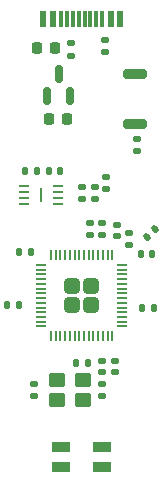
<source format=gbr>
%TF.GenerationSoftware,KiCad,Pcbnew,9.0.6*%
%TF.CreationDate,2025-11-22T23:37:21-05:00*%
%TF.ProjectId,DEVBOARD,44455642-4f41-4524-942e-6b696361645f,rev?*%
%TF.SameCoordinates,Original*%
%TF.FileFunction,Paste,Top*%
%TF.FilePolarity,Positive*%
%FSLAX46Y46*%
G04 Gerber Fmt 4.6, Leading zero omitted, Abs format (unit mm)*
G04 Created by KiCad (PCBNEW 9.0.6) date 2025-11-22 23:37:21*
%MOMM*%
%LPD*%
G01*
G04 APERTURE LIST*
G04 Aperture macros list*
%AMRoundRect*
0 Rectangle with rounded corners*
0 $1 Rounding radius*
0 $2 $3 $4 $5 $6 $7 $8 $9 X,Y pos of 4 corners*
0 Add a 4 corners polygon primitive as box body*
4,1,4,$2,$3,$4,$5,$6,$7,$8,$9,$2,$3,0*
0 Add four circle primitives for the rounded corners*
1,1,$1+$1,$2,$3*
1,1,$1+$1,$4,$5*
1,1,$1+$1,$6,$7*
1,1,$1+$1,$8,$9*
0 Add four rect primitives between the rounded corners*
20,1,$1+$1,$2,$3,$4,$5,0*
20,1,$1+$1,$4,$5,$6,$7,0*
20,1,$1+$1,$6,$7,$8,$9,0*
20,1,$1+$1,$8,$9,$2,$3,0*%
G04 Aperture macros list end*
%ADD10R,0.600000X1.450000*%
%ADD11R,0.300000X1.450000*%
%ADD12RoundRect,0.200000X-0.800000X0.200000X-0.800000X-0.200000X0.800000X-0.200000X0.800000X0.200000X0*%
%ADD13RoundRect,0.140000X0.170000X-0.140000X0.170000X0.140000X-0.170000X0.140000X-0.170000X-0.140000X0*%
%ADD14RoundRect,0.140000X0.140000X0.170000X-0.140000X0.170000X-0.140000X-0.170000X0.140000X-0.170000X0*%
%ADD15RoundRect,0.225000X0.225000X0.250000X-0.225000X0.250000X-0.225000X-0.250000X0.225000X-0.250000X0*%
%ADD16RoundRect,0.249999X-0.395001X-0.395001X0.395001X-0.395001X0.395001X0.395001X-0.395001X0.395001X0*%
%ADD17RoundRect,0.050000X-0.387500X-0.050000X0.387500X-0.050000X0.387500X0.050000X-0.387500X0.050000X0*%
%ADD18RoundRect,0.050000X-0.050000X-0.387500X0.050000X-0.387500X0.050000X0.387500X-0.050000X0.387500X0*%
%ADD19RoundRect,0.135000X0.135000X0.185000X-0.135000X0.185000X-0.135000X-0.185000X0.135000X-0.185000X0*%
%ADD20RoundRect,0.135000X-0.185000X0.135000X-0.185000X-0.135000X0.185000X-0.135000X0.185000X0.135000X0*%
%ADD21RoundRect,0.040000X-0.040000X-0.605000X0.040000X-0.605000X0.040000X0.605000X-0.040000X0.605000X0*%
%ADD22RoundRect,0.062500X-0.387500X-0.062500X0.387500X-0.062500X0.387500X0.062500X-0.387500X0.062500X0*%
%ADD23RoundRect,0.250000X0.450000X0.350000X-0.450000X0.350000X-0.450000X-0.350000X0.450000X-0.350000X0*%
%ADD24R,1.600000X0.850000*%
%ADD25RoundRect,0.140000X-0.140000X-0.170000X0.140000X-0.170000X0.140000X0.170000X-0.140000X0.170000X0*%
%ADD26RoundRect,0.135000X-0.135000X-0.185000X0.135000X-0.185000X0.135000X0.185000X-0.135000X0.185000X0*%
%ADD27RoundRect,0.140000X0.021213X-0.219203X0.219203X-0.021213X-0.021213X0.219203X-0.219203X0.021213X0*%
%ADD28RoundRect,0.150000X0.150000X-0.587500X0.150000X0.587500X-0.150000X0.587500X-0.150000X-0.587500X0*%
%ADD29RoundRect,0.140000X-0.170000X0.140000X-0.170000X-0.140000X0.170000X-0.140000X0.170000X0.140000X0*%
G04 APERTURE END LIST*
D10*
%TO.C,J1*%
X98750000Y-61545000D03*
X97950000Y-61545000D03*
D11*
X96750000Y-61545000D03*
X95750000Y-61545000D03*
X95250000Y-61545000D03*
X94250000Y-61545000D03*
D10*
X93050000Y-61545000D03*
X92250000Y-61545000D03*
X92250000Y-61545000D03*
X93050000Y-61545000D03*
D11*
X93750000Y-61545000D03*
X94750000Y-61545000D03*
X96250000Y-61545000D03*
X97250000Y-61545000D03*
D10*
X97950000Y-61545000D03*
X98750000Y-61545000D03*
%TD*%
D12*
%TO.C,SW1*%
X100000000Y-66200000D03*
X100000000Y-70400000D03*
%TD*%
D13*
%TO.C,C16*%
X97200000Y-93397500D03*
X97200000Y-92437500D03*
%TD*%
D14*
%TO.C,C3*%
X90160000Y-85700000D03*
X89200000Y-85700000D03*
%TD*%
D15*
%TO.C,C13*%
X93275000Y-64000000D03*
X91725000Y-64000000D03*
%TD*%
D14*
%TO.C,C4*%
X91200000Y-81200000D03*
X90240000Y-81200000D03*
%TD*%
D16*
%TO.C,U1*%
X94700000Y-84137500D03*
X94700000Y-85737500D03*
X96300000Y-84137500D03*
X96300000Y-85737500D03*
D17*
X92062500Y-82337500D03*
X92062500Y-82737500D03*
X92062500Y-83137500D03*
X92062500Y-83537500D03*
X92062500Y-83937500D03*
X92062500Y-84337500D03*
X92062500Y-84737500D03*
X92062500Y-85137500D03*
X92062500Y-85537500D03*
X92062500Y-85937500D03*
X92062500Y-86337500D03*
X92062500Y-86737500D03*
X92062500Y-87137500D03*
X92062500Y-87537500D03*
D18*
X92900000Y-88375000D03*
X93300000Y-88375000D03*
X93700000Y-88375000D03*
X94100000Y-88375000D03*
X94500000Y-88375000D03*
X94900000Y-88375000D03*
X95300000Y-88375000D03*
X95700000Y-88375000D03*
X96100000Y-88375000D03*
X96500000Y-88375000D03*
X96900000Y-88375000D03*
X97300000Y-88375000D03*
X97700000Y-88375000D03*
X98100000Y-88375000D03*
D17*
X98937500Y-87537500D03*
X98937500Y-87137500D03*
X98937500Y-86737500D03*
X98937500Y-86337500D03*
X98937500Y-85937500D03*
X98937500Y-85537500D03*
X98937500Y-85137500D03*
X98937500Y-84737500D03*
X98937500Y-84337500D03*
X98937500Y-83937500D03*
X98937500Y-83537500D03*
X98937500Y-83137500D03*
X98937500Y-82737500D03*
X98937500Y-82337500D03*
D18*
X98100000Y-81500000D03*
X97700000Y-81500000D03*
X97300000Y-81500000D03*
X96900000Y-81500000D03*
X96500000Y-81500000D03*
X96100000Y-81500000D03*
X95700000Y-81500000D03*
X95300000Y-81500000D03*
X94900000Y-81500000D03*
X94500000Y-81500000D03*
X94100000Y-81500000D03*
X93700000Y-81500000D03*
X93300000Y-81500000D03*
X92900000Y-81500000D03*
%TD*%
D13*
%TO.C,C11*%
X98500000Y-79917500D03*
X98500000Y-78957500D03*
%TD*%
D19*
%TO.C,R5*%
X96010000Y-90637500D03*
X94990000Y-90637500D03*
%TD*%
D20*
%TO.C,R4*%
X97200000Y-78780000D03*
X97200000Y-79800000D03*
%TD*%
D13*
%TO.C,C7*%
X97600000Y-75880000D03*
X97600000Y-74920000D03*
%TD*%
D21*
%TO.C,U3*%
X92075000Y-76437500D03*
D22*
X90650000Y-75687500D03*
X90650000Y-76187500D03*
X90650000Y-76687500D03*
X90650000Y-77187500D03*
X93500000Y-77187500D03*
X93500000Y-76687500D03*
X93500000Y-76187500D03*
X93500000Y-75687500D03*
%TD*%
D15*
%TO.C,C14*%
X94275000Y-70000000D03*
X92725000Y-70000000D03*
%TD*%
D23*
%TO.C,Y1*%
X95600000Y-92087500D03*
X93400000Y-92087500D03*
X93400000Y-93787500D03*
X95600000Y-93787500D03*
%TD*%
D20*
%TO.C,R1*%
X97500000Y-63290000D03*
X97500000Y-64310000D03*
%TD*%
D13*
%TO.C,C5*%
X99500000Y-80617500D03*
X99500000Y-79657500D03*
%TD*%
D20*
%TO.C,R2*%
X94600000Y-63580000D03*
X94600000Y-64600000D03*
%TD*%
D24*
%TO.C,D1*%
X93750000Y-97725000D03*
X93750000Y-99475000D03*
X97250000Y-99475000D03*
X97250000Y-97725000D03*
%TD*%
D13*
%TO.C,C6*%
X96600000Y-76717500D03*
X96600000Y-75757500D03*
%TD*%
%TO.C,C12*%
X95500000Y-76717500D03*
X95500000Y-75757500D03*
%TD*%
D25*
%TO.C,C8*%
X100520000Y-81437500D03*
X101480000Y-81437500D03*
%TD*%
D26*
%TO.C,R7*%
X90680000Y-74400000D03*
X91700000Y-74400000D03*
%TD*%
D20*
%TO.C,R3*%
X96200000Y-78780000D03*
X96200000Y-79800000D03*
%TD*%
D25*
%TO.C,C9*%
X100640000Y-85937500D03*
X101600000Y-85937500D03*
%TD*%
D27*
%TO.C,C1*%
X101000000Y-79937500D03*
X101678822Y-79258678D03*
%TD*%
D20*
%TO.C,R6*%
X100200000Y-71700000D03*
X100200000Y-72720000D03*
%TD*%
D28*
%TO.C,U2*%
X92600000Y-68000000D03*
X94500000Y-68000000D03*
X93550000Y-66125000D03*
%TD*%
D29*
%TO.C,C15*%
X91500000Y-92437500D03*
X91500000Y-93397500D03*
%TD*%
D14*
%TO.C,C17*%
X93700000Y-74400000D03*
X92740000Y-74400000D03*
%TD*%
D29*
%TO.C,C10*%
X98300000Y-90457500D03*
X98300000Y-91417500D03*
%TD*%
%TO.C,C2*%
X97200000Y-90457500D03*
X97200000Y-91417500D03*
%TD*%
M02*

</source>
